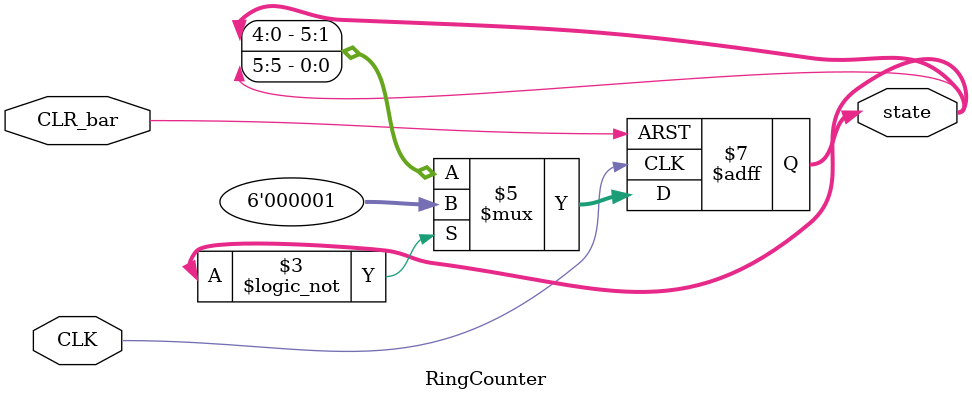
<source format=sv>
module RingCounter #(parameter STATES=6)(
        //sync signals
        input logic CLK,
        input logic CLR_bar,

        //T-states
        output logic [STATES-1:0] state
    );

    always_ff @ (negedge CLK or negedge CLR_bar) begin
        //reset condition
        if(~CLR_bar)
            state <= {STATES{1'b0}};
        else
            //state is 0, initialize with 000001
            if(state == {STATES{1'b0}})
                state <= {{STATES-1{1'b0}}, 1'b1};

            //rotate left
            else
                state <= {state[STATES-2:0], state[STATES-1]};
    end

endmodule
</source>
